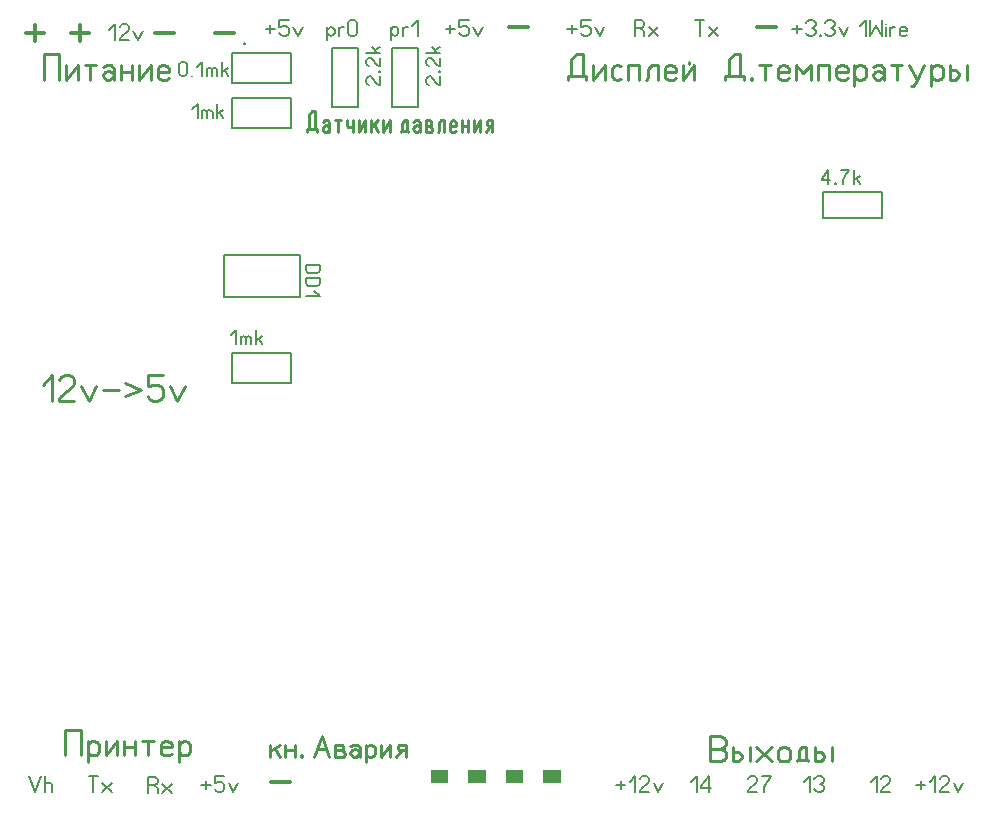
<source format=gbr>
%FSLAX34Y34*%
%MOMM*%
%LNSILK_TOP*%
G71*
G01*
%ADD10C, 0.33*%
%ADD11C, 0.17*%
%ADD12C, 0.27*%
%ADD13C, 0.22*%
%ADD14C, 0.15*%
%ADD15C, 0.21*%
%ADD16C, 0.00*%
%LPD*%
G54D10*
X278230Y-159045D02*
X262230Y-159045D01*
G54D11*
X223291Y-156207D02*
X228291Y-151207D01*
X228291Y-164540D01*
G54D11*
X239958Y-164540D02*
X231958Y-164540D01*
X231958Y-163707D01*
X232958Y-162040D01*
X238958Y-157040D01*
X239958Y-155373D01*
X239958Y-153707D01*
X238958Y-152040D01*
X236958Y-151207D01*
X234958Y-151207D01*
X232958Y-152040D01*
X231958Y-153707D01*
G54D11*
X243625Y-157040D02*
X247625Y-164540D01*
X251625Y-157040D01*
G54D10*
X190397Y-159162D02*
X206397Y-159162D01*
G54D10*
X198397Y-165828D02*
X198397Y-152495D01*
G54D12*
X611215Y-198367D02*
X611215Y-195700D01*
X627215Y-195700D01*
X627215Y-198367D01*
G54D12*
X614415Y-195700D02*
X614415Y-181033D01*
X619215Y-177033D01*
X624015Y-177033D01*
X624015Y-195700D01*
G54D12*
X633082Y-186367D02*
X633082Y-198367D01*
X642682Y-186367D01*
X642682Y-198367D01*
G54D12*
X656549Y-187167D02*
X653349Y-186367D01*
X650149Y-187167D01*
X648549Y-189833D01*
X648549Y-195167D01*
X650149Y-197833D01*
X653349Y-198367D01*
X656549Y-197833D01*
G54D12*
X662416Y-198367D02*
X662416Y-186367D01*
X672016Y-186367D01*
X672016Y-198367D01*
G54D12*
X677883Y-198367D02*
X679483Y-197033D01*
X679483Y-189033D01*
X682683Y-186367D01*
X687483Y-186367D01*
X687483Y-198367D01*
G54D12*
X702950Y-197033D02*
X700390Y-198367D01*
X697190Y-198367D01*
X693990Y-197033D01*
X693350Y-194367D01*
X693350Y-189833D01*
X694950Y-187167D01*
X698150Y-186367D01*
X701350Y-187167D01*
X702950Y-189033D01*
X702950Y-191700D01*
X693350Y-191700D01*
G54D12*
X708817Y-186367D02*
X708817Y-198367D01*
X718417Y-186367D01*
X718417Y-198367D01*
G54D12*
X713617Y-185033D02*
X713617Y-183700D01*
G54D12*
X186064Y-770461D02*
X186064Y-749128D01*
X198864Y-749128D01*
X198864Y-770461D01*
G54D12*
X204731Y-758461D02*
X204731Y-775794D01*
G54D12*
X204731Y-766461D02*
X206331Y-769928D01*
X209531Y-770461D01*
X212731Y-769928D01*
X214331Y-767261D01*
X214331Y-761928D01*
X212731Y-759261D01*
X209531Y-758461D01*
X206331Y-759261D01*
X204731Y-762461D01*
G54D12*
X220198Y-758461D02*
X220198Y-770461D01*
X229798Y-758461D01*
X229798Y-770461D01*
G54D12*
X235665Y-770461D02*
X235665Y-758461D01*
G54D12*
X235665Y-763794D02*
X245265Y-763794D01*
G54D12*
X245265Y-770461D02*
X245265Y-758461D01*
G54D12*
X251132Y-758461D02*
X260732Y-758461D01*
G54D12*
X255932Y-770461D02*
X255932Y-758461D01*
G54D12*
X276199Y-769128D02*
X273639Y-770461D01*
X270439Y-770461D01*
X267239Y-769128D01*
X266599Y-766461D01*
X266599Y-761928D01*
X268199Y-759261D01*
X271399Y-758461D01*
X274599Y-759261D01*
X276199Y-761128D01*
X276199Y-763794D01*
X266599Y-763794D01*
G54D12*
X282066Y-758461D02*
X282066Y-775794D01*
G54D12*
X282066Y-766461D02*
X283666Y-769928D01*
X286866Y-770461D01*
X290066Y-769928D01*
X291666Y-767261D01*
X291666Y-761928D01*
X290066Y-759261D01*
X286866Y-758461D01*
X283666Y-759261D01*
X282066Y-762461D01*
G54D11*
X407857Y-153855D02*
X407857Y-164689D01*
G54D11*
X407857Y-158855D02*
X408857Y-161022D01*
X410857Y-161355D01*
X412857Y-161022D01*
X413857Y-159355D01*
X413857Y-156022D01*
X412857Y-154355D01*
X410857Y-153855D01*
X408857Y-154355D01*
X407857Y-156355D01*
G54D11*
X417524Y-161355D02*
X417524Y-153855D01*
G54D11*
X417524Y-155522D02*
X419524Y-153855D01*
X421524Y-153855D01*
G54D11*
X432191Y-148855D02*
X433191Y-150522D01*
X433191Y-158855D01*
X432191Y-160522D01*
X430191Y-161355D01*
X428191Y-161355D01*
X426191Y-160522D01*
X425191Y-158855D01*
X425191Y-150522D01*
X426191Y-148855D01*
X428191Y-148022D01*
X430191Y-148022D01*
X432191Y-148855D01*
G54D11*
X355612Y-155410D02*
X363612Y-155410D01*
G54D11*
X359612Y-152077D02*
X359612Y-158743D01*
G54D11*
X375279Y-147910D02*
X367279Y-147910D01*
X367279Y-153743D01*
X368279Y-153743D01*
X370279Y-152910D01*
X372279Y-152910D01*
X374279Y-153743D01*
X375279Y-155410D01*
X375279Y-158743D01*
X374279Y-160410D01*
X372279Y-161243D01*
X370279Y-161243D01*
X368279Y-160410D01*
X367279Y-158743D01*
G54D11*
X378946Y-153743D02*
X382946Y-161243D01*
X386946Y-153743D01*
G54D11*
X462007Y-153743D02*
X462007Y-164577D01*
G54D11*
X462007Y-158743D02*
X463007Y-160910D01*
X465007Y-161243D01*
X467007Y-160910D01*
X468007Y-159243D01*
X468007Y-155910D01*
X467007Y-154243D01*
X465007Y-153743D01*
X463007Y-154243D01*
X462007Y-156243D01*
G54D11*
X471674Y-161243D02*
X471674Y-153743D01*
G54D11*
X471674Y-155410D02*
X473674Y-153743D01*
X475674Y-153743D01*
G54D11*
X479341Y-152910D02*
X484341Y-147910D01*
X484341Y-161243D01*
G54D10*
X329030Y-159045D02*
X313030Y-159045D01*
G54D10*
X152297Y-159162D02*
X168297Y-159162D01*
G54D10*
X160297Y-165828D02*
X160297Y-152495D01*
G54D11*
X508012Y-155410D02*
X516012Y-155410D01*
G54D11*
X512012Y-152077D02*
X512012Y-158743D01*
G54D11*
X527679Y-147910D02*
X519679Y-147910D01*
X519679Y-153743D01*
X520679Y-153743D01*
X522679Y-152910D01*
X524679Y-152910D01*
X526679Y-153743D01*
X527679Y-155410D01*
X527679Y-158743D01*
X526679Y-160410D01*
X524679Y-161243D01*
X522679Y-161243D01*
X520679Y-160410D01*
X519679Y-158743D01*
G54D11*
X531346Y-153743D02*
X535346Y-161243D01*
X539346Y-153743D01*
G54D11*
X610940Y-155449D02*
X618940Y-155449D01*
G54D11*
X614940Y-152116D02*
X614940Y-158782D01*
G54D11*
X630606Y-147949D02*
X622606Y-147949D01*
X622606Y-153782D01*
X623606Y-153782D01*
X625606Y-152949D01*
X627606Y-152949D01*
X629606Y-153782D01*
X630606Y-155449D01*
X630606Y-158782D01*
X629606Y-160449D01*
X627606Y-161282D01*
X625606Y-161282D01*
X623606Y-160449D01*
X622606Y-158782D01*
G54D11*
X634274Y-153782D02*
X638274Y-161282D01*
X642274Y-153782D01*
G54D11*
X672224Y-154652D02*
X675224Y-156318D01*
X676224Y-157985D01*
X676224Y-161318D01*
G54D11*
X668224Y-161318D02*
X668224Y-147985D01*
X673224Y-147985D01*
X675224Y-148818D01*
X676224Y-150485D01*
X676224Y-152152D01*
X675224Y-153818D01*
X673224Y-154652D01*
X668224Y-154652D01*
G54D11*
X679890Y-153818D02*
X687890Y-161318D01*
G54D11*
X679890Y-161318D02*
X687890Y-153818D01*
G54D11*
X722912Y-161318D02*
X722912Y-147985D01*
G54D11*
X718912Y-147985D02*
X726912Y-147985D01*
G54D11*
X730578Y-153818D02*
X738578Y-161318D01*
G54D11*
X730578Y-161318D02*
X738578Y-153818D01*
G54D10*
X787558Y-154100D02*
X771558Y-154100D01*
G54D11*
X300941Y-795455D02*
X308941Y-795455D01*
G54D11*
X304941Y-792121D02*
X304941Y-798788D01*
G54D11*
X320608Y-787955D02*
X312608Y-787955D01*
X312608Y-793788D01*
X313608Y-793788D01*
X315608Y-792955D01*
X317608Y-792955D01*
X319608Y-793788D01*
X320608Y-795455D01*
X320608Y-798788D01*
X319608Y-800455D01*
X317608Y-801288D01*
X315608Y-801288D01*
X313608Y-800455D01*
X312608Y-798788D01*
G54D11*
X324275Y-793788D02*
X328275Y-801288D01*
X332275Y-793788D01*
G54D11*
X154950Y-787967D02*
X159950Y-801300D01*
X164950Y-787967D01*
G54D11*
X168617Y-801300D02*
X168617Y-787967D01*
G54D11*
X168617Y-795967D02*
X169617Y-794300D01*
X171617Y-793800D01*
X173617Y-794300D01*
X174617Y-795967D01*
X174617Y-801300D01*
G54D11*
X209714Y-801324D02*
X209714Y-787991D01*
G54D11*
X205714Y-787991D02*
X213714Y-787991D01*
G54D11*
X217381Y-793824D02*
X225381Y-801324D01*
G54D11*
X217381Y-801324D02*
X225381Y-793824D01*
G54D11*
X260349Y-795420D02*
X263349Y-797086D01*
X264349Y-798753D01*
X264349Y-802086D01*
G54D11*
X256349Y-802086D02*
X256349Y-788753D01*
X261349Y-788753D01*
X263349Y-789586D01*
X264349Y-791253D01*
X264349Y-792920D01*
X263349Y-794586D01*
X261349Y-795420D01*
X256349Y-795420D01*
G54D11*
X268016Y-794586D02*
X276016Y-802086D01*
G54D11*
X268016Y-802086D02*
X276016Y-794586D01*
G54D11*
X715864Y-793348D02*
X720864Y-788348D01*
X720864Y-801681D01*
G54D11*
X730531Y-801681D02*
X730531Y-788348D01*
X724531Y-796681D01*
X724531Y-798348D01*
X732531Y-798348D01*
G54D11*
X771977Y-801569D02*
X763977Y-801569D01*
X763977Y-800736D01*
X764977Y-799069D01*
X770977Y-794069D01*
X771977Y-792402D01*
X771977Y-790736D01*
X770977Y-789069D01*
X768977Y-788236D01*
X766977Y-788236D01*
X764977Y-789069D01*
X763977Y-790736D01*
G54D11*
X775644Y-788236D02*
X783644Y-788236D01*
X782644Y-789902D01*
X780644Y-792402D01*
X778644Y-795736D01*
X777644Y-798236D01*
X777644Y-801569D01*
G54D11*
X811539Y-793235D02*
X816539Y-788235D01*
X816539Y-801568D01*
G54D11*
X820206Y-790735D02*
X821206Y-789068D01*
X823206Y-788235D01*
X825206Y-788235D01*
X827206Y-789068D01*
X828206Y-790735D01*
X828206Y-792401D01*
X827206Y-794068D01*
X825206Y-794901D01*
X827206Y-795735D01*
X828206Y-797401D01*
X828206Y-799068D01*
X827206Y-800735D01*
X825206Y-801568D01*
X823206Y-801568D01*
X821206Y-800735D01*
X820206Y-799068D01*
G54D11*
X867925Y-793236D02*
X872925Y-788236D01*
X872925Y-801569D01*
G54D11*
X884592Y-801569D02*
X876592Y-801569D01*
X876592Y-800736D01*
X877592Y-799069D01*
X883592Y-794069D01*
X884592Y-792402D01*
X884592Y-790736D01*
X883592Y-789069D01*
X881592Y-788236D01*
X879592Y-788236D01*
X877592Y-789069D01*
X876592Y-790736D01*
G54D10*
X578008Y-154100D02*
X562008Y-154100D01*
G54D13*
X390309Y-242817D02*
X390309Y-240594D01*
X399198Y-240594D01*
X399198Y-242817D01*
G54D13*
X392087Y-240594D02*
X392087Y-228372D01*
X394753Y-225039D01*
X397420Y-225039D01*
X397420Y-240594D01*
G54D13*
X404087Y-233928D02*
X405865Y-232817D01*
X407998Y-232817D01*
X409420Y-235039D01*
X409420Y-242817D01*
G54D13*
X408531Y-241706D02*
X409420Y-239483D01*
X408531Y-237261D01*
X406754Y-236817D01*
X404976Y-237261D01*
X404087Y-239483D01*
X404443Y-241706D01*
X405865Y-242817D01*
X406754Y-242817D01*
X407109Y-242817D01*
X408531Y-241706D01*
G54D13*
X414309Y-232817D02*
X419642Y-232817D01*
G54D13*
X416976Y-242817D02*
X416976Y-232817D01*
G54D13*
X424531Y-232817D02*
X424531Y-237261D01*
X425420Y-238372D01*
X429864Y-238372D01*
G54D13*
X429864Y-232817D02*
X429864Y-242817D01*
G54D13*
X434753Y-232817D02*
X434753Y-242817D01*
X440086Y-232817D01*
X440086Y-242817D01*
G54D13*
X444975Y-242817D02*
X444975Y-232817D01*
G54D13*
X447642Y-236150D02*
X450308Y-242817D01*
G54D13*
X444975Y-238372D02*
X450308Y-232817D01*
G54D13*
X455197Y-232817D02*
X455197Y-242817D01*
X460530Y-232817D01*
X460530Y-242817D01*
G54D13*
X470486Y-242817D02*
X470486Y-241706D01*
X475819Y-241706D01*
X475819Y-242817D01*
G54D13*
X471375Y-241706D02*
X471375Y-235039D01*
X473153Y-232817D01*
X474930Y-232817D01*
X474930Y-241706D01*
G54D13*
X480708Y-233928D02*
X482486Y-232817D01*
X484619Y-232817D01*
X486041Y-235039D01*
X486041Y-242817D01*
G54D13*
X485152Y-241706D02*
X486041Y-239483D01*
X485152Y-237261D01*
X483375Y-236817D01*
X481597Y-237261D01*
X480708Y-239483D01*
X481064Y-241706D01*
X482486Y-242817D01*
X483375Y-242817D01*
X483730Y-242817D01*
X485152Y-241706D01*
G54D13*
X494486Y-237261D02*
X496263Y-239483D01*
X496263Y-241706D01*
X495374Y-242817D01*
X490930Y-242817D01*
X490930Y-232817D01*
X494486Y-232817D01*
X495374Y-233928D01*
X495374Y-236150D01*
X494486Y-237261D01*
X490930Y-237261D01*
G54D13*
X501152Y-242817D02*
X502041Y-241706D01*
X502041Y-235039D01*
X503819Y-232817D01*
X506485Y-232817D01*
X506485Y-242817D01*
G54D13*
X516707Y-241706D02*
X515285Y-242817D01*
X513507Y-242817D01*
X511730Y-241706D01*
X511374Y-239483D01*
X511374Y-235706D01*
X512263Y-233483D01*
X514041Y-232817D01*
X515818Y-233483D01*
X516707Y-235039D01*
X516707Y-237261D01*
X511374Y-237261D01*
G54D13*
X521596Y-242817D02*
X521596Y-232817D01*
G54D13*
X521596Y-237261D02*
X526929Y-237261D01*
G54D13*
X526929Y-242817D02*
X526929Y-232817D01*
G54D13*
X531818Y-232817D02*
X531818Y-242817D01*
X537151Y-232817D01*
X537151Y-242817D01*
G54D13*
X542040Y-242817D02*
X545596Y-237261D01*
X547373Y-237261D01*
X543818Y-237261D01*
X542929Y-236150D01*
X542929Y-233928D01*
X543818Y-232817D01*
X547373Y-232817D01*
X547373Y-242817D01*
G54D12*
X740164Y-775615D02*
X732164Y-775615D01*
X732164Y-754282D01*
X740164Y-754282D01*
X743364Y-755615D01*
X744964Y-758282D01*
X744964Y-760948D01*
X743364Y-763615D01*
X740164Y-764948D01*
X743364Y-766282D01*
X744964Y-768948D01*
X744964Y-771615D01*
X743364Y-774282D01*
X740164Y-775615D01*
G54D12*
X732164Y-764948D02*
X740164Y-764948D01*
G54D12*
X750831Y-763615D02*
X750831Y-775615D01*
X755631Y-775615D01*
X758831Y-772948D01*
X758831Y-770282D01*
X755631Y-767615D01*
X750831Y-767615D01*
G54D12*
X765231Y-763615D02*
X765231Y-775615D01*
G54D12*
X771098Y-763615D02*
X783898Y-775615D01*
G54D12*
X771098Y-775615D02*
X783898Y-763615D01*
G54D12*
X797765Y-775082D02*
X799365Y-772415D01*
X799365Y-767082D01*
X797765Y-764415D01*
X794565Y-763615D01*
X791365Y-764415D01*
X789765Y-767082D01*
X789765Y-772415D01*
X791365Y-775082D01*
X794565Y-775615D01*
X797765Y-775082D01*
G54D12*
X805232Y-775615D02*
X805232Y-774282D01*
X814832Y-774282D01*
X814832Y-775615D01*
G54D12*
X806832Y-774282D02*
X806832Y-766282D01*
X810032Y-763615D01*
X813232Y-763615D01*
X813232Y-774282D01*
G54D12*
X820699Y-763615D02*
X820699Y-775615D01*
X825499Y-775615D01*
X828699Y-772948D01*
X828699Y-770282D01*
X825499Y-767615D01*
X820699Y-767615D01*
G54D12*
X835099Y-763615D02*
X835099Y-775615D01*
G54D12*
X168059Y-198367D02*
X168059Y-177033D01*
X180859Y-177033D01*
X180859Y-198367D01*
G54D12*
X186726Y-186367D02*
X186726Y-198367D01*
X196326Y-186367D01*
X196326Y-198367D01*
G54D12*
X202193Y-186367D02*
X211793Y-186367D01*
G54D12*
X206993Y-198367D02*
X206993Y-186367D01*
G54D12*
X217660Y-187700D02*
X220860Y-186367D01*
X224700Y-186367D01*
X227260Y-189033D01*
X227260Y-198367D01*
G54D12*
X225660Y-197033D02*
X227260Y-194367D01*
X225660Y-191700D01*
X222460Y-191167D01*
X219260Y-191700D01*
X217660Y-194367D01*
X218300Y-197033D01*
X220860Y-198367D01*
X222460Y-198367D01*
X223100Y-198367D01*
X225660Y-197033D01*
G54D12*
X233127Y-198367D02*
X233127Y-186367D01*
G54D12*
X233127Y-191700D02*
X242727Y-191700D01*
G54D12*
X242727Y-198367D02*
X242727Y-186367D01*
G54D12*
X248594Y-186367D02*
X248594Y-198367D01*
X258194Y-186367D01*
X258194Y-198367D01*
G54D12*
X273661Y-197033D02*
X271101Y-198367D01*
X267901Y-198367D01*
X264701Y-197033D01*
X264061Y-194367D01*
X264061Y-189833D01*
X265661Y-187167D01*
X268861Y-186367D01*
X272061Y-187167D01*
X273661Y-189033D01*
X273661Y-191700D01*
X264061Y-191700D01*
G54D10*
X375960Y-792752D02*
X359960Y-792752D01*
G54D12*
X167014Y-456804D02*
X175014Y-448804D01*
X175014Y-470138D01*
G54D12*
X193681Y-470138D02*
X180881Y-470138D01*
X180881Y-468804D01*
X182481Y-466138D01*
X192081Y-458138D01*
X193681Y-455471D01*
X193681Y-452804D01*
X192081Y-450138D01*
X188881Y-448804D01*
X185681Y-448804D01*
X182481Y-450138D01*
X180881Y-452804D01*
G54D12*
X199548Y-458138D02*
X205948Y-470138D01*
X212348Y-458138D01*
G54D12*
X218215Y-460804D02*
X231015Y-460804D01*
G54D12*
X236882Y-455471D02*
X249682Y-460804D01*
X236882Y-466138D01*
G54D12*
X268349Y-448804D02*
X255549Y-448804D01*
X255549Y-458138D01*
X257149Y-458138D01*
X260349Y-456804D01*
X263549Y-456804D01*
X266749Y-458138D01*
X268349Y-460804D01*
X268349Y-466138D01*
X266749Y-468804D01*
X263549Y-470138D01*
X260349Y-470138D01*
X257149Y-468804D01*
X255549Y-466138D01*
G54D12*
X274216Y-458138D02*
X280616Y-470138D01*
X287016Y-458138D01*
G54D14*
X384952Y-347056D02*
X319952Y-347056D01*
X319951Y-382057D01*
X384952Y-382057D01*
X384952Y-347056D01*
G54D15*
X389677Y-359358D02*
X389677Y-355025D01*
X401232Y-355025D01*
X401232Y-359358D01*
X400510Y-361091D01*
X399066Y-361958D01*
X391843Y-361958D01*
X390399Y-361091D01*
X389677Y-359358D01*
G54D15*
X389677Y-370335D02*
X389677Y-366002D01*
X401232Y-366002D01*
X401232Y-370335D01*
X400510Y-372068D01*
X399066Y-372935D01*
X391843Y-372935D01*
X390399Y-372068D01*
X389677Y-370335D01*
G54D15*
X396899Y-376979D02*
X401232Y-381312D01*
X389677Y-381312D01*
G54D14*
X376750Y-455525D02*
X326750Y-455525D01*
X326750Y-429525D01*
X376750Y-429525D01*
X376750Y-455525D01*
G54D15*
X326000Y-415053D02*
X330333Y-410720D01*
X330333Y-422275D01*
G54D15*
X334377Y-422275D02*
X334377Y-415775D01*
G54D15*
X334377Y-416930D02*
X336110Y-415775D01*
X337844Y-416208D01*
X338710Y-417220D01*
X338710Y-422275D01*
G54D15*
X338710Y-416930D02*
X340444Y-415775D01*
X342177Y-416208D01*
X343044Y-417220D01*
X343044Y-422275D01*
G54D15*
X347088Y-422275D02*
X347088Y-410720D01*
G54D15*
X349688Y-417942D02*
X352288Y-422275D01*
G54D15*
X347088Y-419386D02*
X352288Y-415775D01*
G54D14*
X376750Y-239625D02*
X326750Y-239625D01*
X326750Y-213625D01*
X376750Y-213625D01*
X376750Y-239625D01*
G54D15*
X293536Y-223501D02*
X297869Y-219167D01*
X297869Y-230723D01*
G54D15*
X301913Y-230723D02*
X301913Y-224223D01*
G54D15*
X301913Y-225379D02*
X303646Y-224223D01*
X305380Y-224656D01*
X306246Y-225667D01*
X306246Y-230723D01*
G54D15*
X306246Y-225379D02*
X307980Y-224223D01*
X309713Y-224656D01*
X310580Y-225667D01*
X310580Y-230723D01*
G54D15*
X314624Y-230723D02*
X314624Y-219167D01*
G54D15*
X317224Y-226390D02*
X319824Y-230723D01*
G54D15*
X314624Y-227834D02*
X319824Y-224223D01*
G54D14*
X376750Y-201525D02*
X326750Y-201525D01*
X326750Y-175525D01*
X376750Y-175525D01*
X376750Y-201525D01*
G54D15*
X288009Y-184109D02*
X288875Y-185553D01*
X288875Y-192775D01*
X288009Y-194220D01*
X286275Y-194942D01*
X284542Y-194942D01*
X282809Y-194220D01*
X281942Y-192775D01*
X281942Y-185553D01*
X282809Y-184109D01*
X284542Y-183386D01*
X286275Y-183386D01*
X288009Y-184109D01*
G54D15*
X337670Y-167697D02*
X337670Y-168275D01*
X336977Y-168275D01*
X336977Y-167697D01*
X337670Y-167697D01*
G54D15*
X293612Y-194942D02*
X292919Y-194942D01*
G54D15*
X297656Y-187720D02*
X301989Y-183386D01*
X301989Y-194942D01*
G54D15*
X306033Y-194942D02*
X306033Y-188442D01*
G54D15*
X306033Y-189598D02*
X307766Y-188442D01*
X309500Y-188875D01*
X310366Y-189886D01*
X310366Y-194942D01*
G54D15*
X310366Y-189598D02*
X312100Y-188442D01*
X313833Y-188875D01*
X314700Y-189886D01*
X314700Y-194942D01*
G54D15*
X318744Y-194942D02*
X318744Y-183386D01*
G54D15*
X321344Y-190609D02*
X323944Y-194942D01*
G54D15*
X318744Y-192053D02*
X323944Y-188442D01*
G36*
X590555Y-782891D02*
X604555Y-782891D01*
X604555Y-792891D01*
X590555Y-792891D01*
X590555Y-782891D01*
G37*
G54D16*
X590555Y-782891D02*
X604555Y-782891D01*
X604555Y-792891D01*
X590555Y-792891D01*
X590555Y-782891D01*
G36*
X558805Y-782891D02*
X572805Y-782891D01*
X572805Y-792891D01*
X558805Y-792891D01*
X558805Y-782891D01*
G37*
G54D16*
X558805Y-782891D02*
X572805Y-782891D01*
X572805Y-792891D01*
X558805Y-792891D01*
X558805Y-782891D01*
G36*
X527055Y-782891D02*
X541055Y-782891D01*
X541055Y-792891D01*
X527055Y-792891D01*
X527055Y-782891D01*
G37*
G54D16*
X527055Y-782891D02*
X541055Y-782891D01*
X541055Y-792891D01*
X527055Y-792891D01*
X527055Y-782891D01*
G36*
X495305Y-782891D02*
X509305Y-782891D01*
X509305Y-792891D01*
X495305Y-792891D01*
X495305Y-782891D01*
G37*
G54D16*
X495305Y-782891D02*
X509305Y-782891D01*
X509305Y-792891D01*
X495305Y-792891D01*
X495305Y-782891D01*
G54D11*
X906025Y-795736D02*
X914025Y-795736D01*
G54D11*
X910025Y-792402D02*
X910025Y-799069D01*
G54D11*
X917692Y-793236D02*
X922692Y-788236D01*
X922692Y-801569D01*
G54D11*
X934359Y-801569D02*
X926359Y-801569D01*
X926359Y-800736D01*
X927359Y-799069D01*
X933359Y-794069D01*
X934359Y-792402D01*
X934359Y-790736D01*
X933359Y-789069D01*
X931359Y-788236D01*
X929359Y-788236D01*
X927359Y-789069D01*
X926359Y-790736D01*
G54D11*
X938026Y-794069D02*
X942026Y-801569D01*
X946026Y-794069D01*
G54D11*
X652025Y-795736D02*
X660025Y-795736D01*
G54D11*
X656025Y-792402D02*
X656025Y-799069D01*
G54D11*
X663692Y-793236D02*
X668692Y-788236D01*
X668692Y-801569D01*
G54D11*
X680359Y-801569D02*
X672359Y-801569D01*
X672359Y-800736D01*
X673359Y-799069D01*
X679359Y-794069D01*
X680359Y-792402D01*
X680359Y-790736D01*
X679359Y-789069D01*
X677359Y-788236D01*
X675359Y-788236D01*
X673359Y-789069D01*
X672359Y-790736D01*
G54D11*
X684026Y-794069D02*
X688026Y-801569D01*
X692026Y-794069D01*
G54D13*
X359362Y-771543D02*
X359362Y-761543D01*
G54D13*
X363362Y-764876D02*
X367362Y-771543D01*
G54D13*
X359362Y-767098D02*
X367362Y-761543D01*
G54D13*
X372251Y-771543D02*
X372251Y-761543D01*
G54D13*
X372251Y-765987D02*
X380251Y-765987D01*
G54D13*
X380251Y-771543D02*
X380251Y-761543D01*
G54D13*
X386206Y-770654D02*
X386206Y-771543D01*
X385140Y-771543D01*
X385140Y-770654D01*
X386206Y-770654D01*
G54D13*
X386206Y-771543D02*
X385140Y-771543D01*
G54D13*
X396252Y-771543D02*
X402918Y-753765D01*
X409585Y-771543D01*
G54D13*
X398918Y-764876D02*
X406918Y-764876D01*
G54D13*
X419807Y-765987D02*
X422474Y-768210D01*
X422474Y-770432D01*
X421140Y-771543D01*
X414474Y-771543D01*
X414474Y-761543D01*
X419807Y-761543D01*
X421140Y-762654D01*
X421140Y-764876D01*
X419807Y-765987D01*
X414474Y-765987D01*
G54D13*
X427363Y-762654D02*
X430029Y-761543D01*
X433229Y-761543D01*
X435363Y-763765D01*
X435363Y-771543D01*
G54D13*
X434029Y-770432D02*
X435363Y-768210D01*
X434029Y-765987D01*
X431363Y-765543D01*
X428696Y-765987D01*
X427363Y-768210D01*
X427896Y-770432D01*
X430029Y-771543D01*
X431363Y-771543D01*
X431896Y-771543D01*
X434029Y-770432D01*
G54D13*
X440252Y-761543D02*
X440252Y-775987D01*
G54D13*
X440252Y-768210D02*
X441585Y-771098D01*
X444252Y-771543D01*
X446918Y-771098D01*
X448252Y-768876D01*
X448252Y-764432D01*
X446918Y-762210D01*
X444252Y-761543D01*
X441585Y-762210D01*
X440252Y-764876D01*
G54D13*
X453141Y-761543D02*
X453141Y-771543D01*
X461141Y-761543D01*
X461141Y-771543D01*
G54D13*
X466030Y-771543D02*
X471363Y-765987D01*
X474030Y-765987D01*
X468696Y-765987D01*
X467363Y-764876D01*
X467363Y-762654D01*
X468696Y-761543D01*
X474030Y-761543D01*
X474030Y-771543D01*
G54D11*
X801440Y-155449D02*
X809440Y-155449D01*
G54D11*
X805440Y-152116D02*
X805440Y-158782D01*
G54D11*
X813106Y-150449D02*
X814106Y-148782D01*
X816106Y-147949D01*
X818106Y-147949D01*
X820106Y-148782D01*
X821106Y-150449D01*
X821106Y-152116D01*
X820106Y-153782D01*
X818106Y-154616D01*
X820106Y-155449D01*
X821106Y-157116D01*
X821106Y-158782D01*
X820106Y-160449D01*
X818106Y-161282D01*
X816106Y-161282D01*
X814106Y-160449D01*
X813106Y-158782D01*
G54D11*
X825574Y-160616D02*
X825574Y-161282D01*
X824774Y-161282D01*
X824774Y-160616D01*
X825574Y-160616D01*
G54D11*
X825574Y-161282D02*
X824774Y-161282D01*
G54D11*
X829240Y-150449D02*
X830240Y-148782D01*
X832240Y-147949D01*
X834240Y-147949D01*
X836240Y-148782D01*
X837240Y-150449D01*
X837240Y-152116D01*
X836240Y-153782D01*
X834240Y-154616D01*
X836240Y-155449D01*
X837240Y-157116D01*
X837240Y-158782D01*
X836240Y-160449D01*
X834240Y-161282D01*
X832240Y-161282D01*
X830240Y-160449D01*
X829240Y-158782D01*
G54D11*
X840908Y-153782D02*
X844908Y-161282D01*
X848908Y-153782D01*
G54D11*
X858590Y-152949D02*
X863590Y-147949D01*
X863590Y-161282D01*
G54D11*
X867256Y-147949D02*
X867256Y-161282D01*
X872256Y-152949D01*
X877256Y-161282D01*
X877256Y-147949D01*
G54D11*
X880924Y-161282D02*
X880924Y-153782D01*
G54D11*
X880924Y-151282D02*
X880924Y-151282D01*
G54D11*
X884590Y-161282D02*
X884590Y-153782D01*
G54D11*
X884590Y-155449D02*
X886590Y-153782D01*
X888590Y-153782D01*
G54D11*
X898258Y-160449D02*
X896658Y-161282D01*
X894658Y-161282D01*
X892658Y-160449D01*
X892258Y-158782D01*
X892258Y-155949D01*
X893258Y-154282D01*
X895258Y-153782D01*
X897258Y-154282D01*
X898258Y-155449D01*
X898258Y-157116D01*
X892258Y-157116D01*
G54D14*
X877373Y-315861D02*
X827373Y-315861D01*
X827373Y-293861D01*
X877373Y-293861D01*
X877373Y-315861D01*
G54D15*
X831823Y-286611D02*
X831823Y-275056D01*
X826623Y-282278D01*
X826623Y-283723D01*
X833556Y-283723D01*
G54D15*
X838293Y-286034D02*
X838293Y-286611D01*
X837600Y-286611D01*
X837600Y-286034D01*
X838293Y-286034D01*
G54D15*
X838293Y-286611D02*
X837600Y-286611D01*
G54D15*
X842337Y-275056D02*
X849270Y-275056D01*
X848403Y-276500D01*
X846670Y-278667D01*
X844937Y-281556D01*
X844070Y-283723D01*
X844070Y-286611D01*
G54D15*
X853314Y-286611D02*
X853314Y-275056D01*
G54D15*
X855914Y-282278D02*
X858514Y-286611D01*
G54D15*
X853314Y-283723D02*
X858514Y-280111D01*
G54D14*
X462387Y-221550D02*
X462387Y-171550D01*
X484387Y-171550D01*
X484387Y-221550D01*
X462387Y-221550D01*
G54D15*
X503193Y-195754D02*
X503193Y-202687D01*
X502470Y-202687D01*
X501026Y-201820D01*
X496693Y-196620D01*
X495248Y-195754D01*
X493804Y-195754D01*
X492359Y-196620D01*
X491637Y-198354D01*
X491637Y-200087D01*
X492359Y-201820D01*
X493804Y-202687D01*
G54D15*
X502615Y-191017D02*
X503193Y-191017D01*
X503193Y-191710D01*
X502615Y-191710D01*
X502615Y-191017D01*
G54D15*
X503193Y-191017D02*
X503193Y-191710D01*
G54D15*
X503193Y-180040D02*
X503193Y-186973D01*
X502470Y-186973D01*
X501026Y-186106D01*
X496693Y-180906D01*
X495248Y-180040D01*
X493804Y-180040D01*
X492359Y-180906D01*
X491637Y-182640D01*
X491637Y-184373D01*
X492359Y-186106D01*
X493804Y-186973D01*
G54D15*
X503193Y-175996D02*
X491637Y-175996D01*
G54D15*
X498859Y-173396D02*
X503193Y-170796D01*
G54D15*
X500304Y-175996D02*
X496693Y-170796D01*
G54D14*
X411587Y-221550D02*
X411587Y-171550D01*
X433587Y-171550D01*
X433587Y-221550D01*
X411587Y-221550D01*
G54D15*
X452393Y-195754D02*
X452393Y-202687D01*
X451670Y-202687D01*
X450226Y-201820D01*
X445893Y-196620D01*
X444448Y-195754D01*
X443004Y-195754D01*
X441559Y-196620D01*
X440837Y-198354D01*
X440837Y-200087D01*
X441559Y-201820D01*
X443004Y-202687D01*
G54D15*
X451815Y-191017D02*
X452393Y-191017D01*
X452393Y-191710D01*
X451815Y-191710D01*
X451815Y-191017D01*
G54D15*
X452393Y-191017D02*
X452393Y-191710D01*
G54D15*
X452393Y-180040D02*
X452393Y-186973D01*
X451670Y-186973D01*
X450226Y-186106D01*
X445893Y-180906D01*
X444448Y-180040D01*
X443004Y-180040D01*
X441559Y-180906D01*
X440837Y-182640D01*
X440837Y-184373D01*
X441559Y-186106D01*
X443004Y-186973D01*
G54D15*
X452393Y-175996D02*
X440837Y-175996D01*
G54D15*
X448059Y-173396D02*
X452393Y-170796D01*
G54D15*
X449504Y-175996D02*
X445893Y-170796D01*
G54D12*
X744565Y-198367D02*
X744565Y-195700D01*
X760565Y-195700D01*
X760565Y-198367D01*
G54D12*
X747765Y-195700D02*
X747765Y-181033D01*
X752565Y-177033D01*
X757365Y-177033D01*
X757365Y-195700D01*
G54D12*
X767712Y-197300D02*
X767712Y-198367D01*
X766432Y-198367D01*
X766432Y-197300D01*
X767712Y-197300D01*
G54D12*
X767712Y-198367D02*
X766432Y-198367D01*
G54D12*
X773579Y-186367D02*
X783179Y-186367D01*
G54D12*
X778379Y-198367D02*
X778379Y-186367D01*
G54D12*
X798646Y-197033D02*
X796086Y-198367D01*
X792886Y-198367D01*
X789686Y-197033D01*
X789046Y-194367D01*
X789046Y-189833D01*
X790646Y-187167D01*
X793846Y-186367D01*
X797046Y-187167D01*
X798646Y-189033D01*
X798646Y-191700D01*
X789046Y-191700D01*
G54D12*
X804513Y-198367D02*
X804513Y-186367D01*
X810913Y-193033D01*
X817313Y-186367D01*
X817313Y-198367D01*
G54D12*
X823180Y-198367D02*
X823180Y-186367D01*
X832780Y-186367D01*
X832780Y-198367D01*
G54D12*
X848247Y-197033D02*
X845687Y-198367D01*
X842487Y-198367D01*
X839287Y-197033D01*
X838647Y-194367D01*
X838647Y-189833D01*
X840247Y-187167D01*
X843447Y-186367D01*
X846647Y-187167D01*
X848247Y-189033D01*
X848247Y-191700D01*
X838647Y-191700D01*
G54D12*
X854114Y-186367D02*
X854114Y-203700D01*
G54D12*
X854114Y-194367D02*
X855714Y-197833D01*
X858914Y-198367D01*
X862114Y-197833D01*
X863714Y-195167D01*
X863714Y-189833D01*
X862114Y-187167D01*
X858914Y-186367D01*
X855714Y-187167D01*
X854114Y-190367D01*
G54D12*
X869581Y-187700D02*
X872781Y-186367D01*
X876621Y-186367D01*
X879181Y-189033D01*
X879181Y-198367D01*
G54D12*
X877581Y-197033D02*
X879181Y-194367D01*
X877581Y-191700D01*
X874381Y-191167D01*
X871181Y-191700D01*
X869581Y-194367D01*
X870221Y-197033D01*
X872781Y-198367D01*
X874381Y-198367D01*
X875021Y-198367D01*
X877581Y-197033D01*
G54D12*
X885048Y-186367D02*
X894648Y-186367D01*
G54D12*
X889848Y-198367D02*
X889848Y-186367D01*
G54D12*
X900515Y-186367D02*
X906915Y-198367D01*
X913315Y-186367D01*
G54D12*
X906915Y-198367D02*
X905315Y-202367D01*
X903715Y-203700D01*
X902115Y-203700D01*
G54D12*
X919182Y-186367D02*
X919182Y-203700D01*
G54D12*
X919182Y-194367D02*
X920782Y-197833D01*
X923982Y-198367D01*
X927182Y-197833D01*
X928782Y-195167D01*
X928782Y-189833D01*
X927182Y-187167D01*
X923982Y-186367D01*
X920782Y-187167D01*
X919182Y-190367D01*
G54D12*
X934649Y-186367D02*
X934649Y-198367D01*
X939449Y-198367D01*
X942649Y-195700D01*
X942649Y-193033D01*
X939449Y-190367D01*
X934649Y-190367D01*
G54D12*
X949049Y-186367D02*
X949049Y-198367D01*
M02*

</source>
